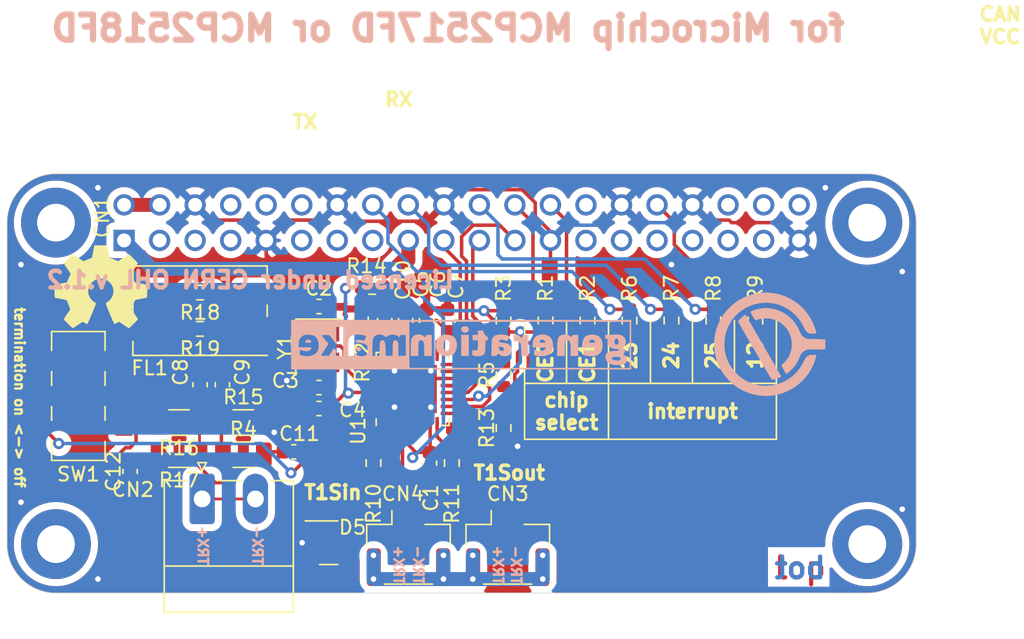
<source format=kicad_pcb>
(kicad_pcb (version 20240108) (generator "pcbnew") (generator_version "8.0")
  (title_block (title "CANFDZeroHAT") (date "2023-09-12") (rev "0.3") (company "generationmake"))
  (layers (0 "F.Cu" signal) (31 "B.Cu" signal) (34 "B.Paste" user) (35 "F.Paste" user) (36 "B.SilkS" user "B.Silkscreen") (37 "F.SilkS" user "F.Silkscreen") (38 "B.Mask" user) (39 "F.Mask" user) (44 "Edge.Cuts" user))
  (net 0 "")
  (net 1 "+3.3V")
  (net 2 "+5V")
  (net 3 "GND")
  (net 4 "/OSC1")
  (net 5 "/OSC2")
  (net 6 "/SPI_MOSI")
  (net 7 "/SPI_MISO")
  (net 8 "/SPI_CLK")
  (net 9 "/SPI_CE0")
  (net 10 "/SPI_CE1")
  (net 11 "/VDDA")
  (net 12 "/INTERRUPT_23")
  (net 13 "/INTERRUPT_24")
  (net 14 "/INTERRUPT_25")
  (net 15 "/INTERRUPT_12")
  (net 16 "/TRXP_I")
  (net 17 "/TRXP")
  (net 18 "/TRXN_I")
  (net 19 "/TRXN")
  (net 20 "/I2C_SDA")
  (net 21 "/I2C_SCL")
  (net 22 "Net-(SW1A-A)")
  (net 23 "/SERIAL_TX")
  (net 24 "/SERIAL_RX")
  (net 25 "Net-(SW1B-A)")
  (net 40 "Net-(C11-Pad1)")
  (net 41 "/MP")
  (net 43 "Net-(C12-Pad1)")
  (net 46 "/TRXP_C")
  (net 47 "/TRXN_C")
  (net 48 "/LAN8651_CS")
  (net 49 "/LAN8651_INT")
  (net 50 "/LAN8651_WAKE_IN")
  (net 51 "/LAN8651_RESET_N")
  (net 52 "/RBIAS")
  (net 63 "/CCOMP")
  (footprint "Capacitor_SMD:C_0603_1608Metric" (layer "F.Cu") (at 137.7 107.2 -90)
    (property "Reference" "C1")
    (property "Value" "100nF")
  )
  (footprint "Capacitor_SMD:C_0603_1608Metric" (layer "F.Cu") (at 129.8 101.8 180)
    (property "Reference" "C3")
    (property "Value" "22pF")
  )
  (footprint "Capacitor_SMD:C_0603_1608Metric" (layer "F.Cu") (at 129.8 103.3 180)
    (property "Reference" "C4")
    (property "Value" "100nF")
  )
  (footprint "Connector_JST:JST_GH_SM02B-GHS-TB_1x02-1MP_P1.25mm_Horizontal" (layer "F.Cu") (at 143.3 113.3)
    (property "Reference" "CN3")
    (property "Value" "SM02B-GHS-TB")
  )
  (footprint "Connector_JST:JST_GH_SM02B-GHS-TB_1x02-1MP_P1.25mm_Horizontal" (layer "F.Cu") (at 136.2 113.3)
    (property "Reference" "CN4")
    (property "Value" "SM02B-GHS-TB")
  )
  (footprint "labels:generationmake_small_solder" (layer "F.Cu") (at 170.7 102 90)
    (property "Reference" "L1" (hide yes))
    (property "Value" "Label" (hide yes))
  )
  (footprint "Resistor_SMD:R_0603_1608Metric" (layer "F.Cu") (at 146 97 -90)
    (property "Reference" "R1")
    (property "Value" "0R")
  )
  (footprint "Resistor_SMD:R_0603_1608Metric" (layer "F.Cu") (at 149 97 90)
    (property "Reference" "R2")
    (property "Value" "DNI")
  )
  (footprint "Resistor_SMD:R_0603_1608Metric" (layer "F.Cu") (at 143 97 -90)
    (property "Reference" "R3")
    (property "Value" "10k")
  )
  (footprint "Resistor_SMD:R_1206_3216Metric" (layer "F.Cu") (at 124.4 106.6)
    (property "Reference" "R4")
    (property "Value" "49R9")
  )
  (footprint "Resistor_SMD:R_0603_1608Metric" (layer "F.Cu") (at 143 100.9 -90)
    (property "Reference" "R5")
    (property "Value" "10k")
  )
  (footprint "generationmake:SW_DPDT_XKB_SS-3235S-L3" (layer "F.Cu") (at 112.6 102.4 90)
    (property "Reference" "SW1")
    (property "Value" "SS-3235S-L3")
  )
  (footprint "Package_DFN_QFN:QFN-32-1EP_5x5mm_P0.5mm_EP3.45x3.45mm" (layer "F.Cu") (at 136.5 101.9 90)
    (property "Reference" "U1")
    (property "Value" "LAN8651")
  )
  (footprint "Crystal:Crystal_SMD_3225-4Pin_3.2x2.5mm" (layer "F.Cu") (at 129.8 98.9 -90)
    (property "Reference" "Y1")
    (property "Value" "X1E0000210808")
  )
  (footprint "MODULE_compute:RASPI_ZERO_HAT_EDGE" (layer "F.Cu") (at 140 90)
    (property "Reference" "CN1")
    (property "Value" "RASPI-IO")
  )
  (footprint "Resistor_SMD:R_0603_1608Metric" (layer "F.Cu") (at 152 97 -90)
    (property "Reference" "R6")
    (property "Value" "DNI")
  )
  (footprint "Resistor_SMD:R_0603_1608Metric" (layer "F.Cu") (at 155 97 -90)
    (property "Reference" "R7")
    (property "Value" "DNI")
  )
  (footprint "Resistor_SMD:R_0603_1608Metric" (layer "F.Cu") (at 158 97 -90)
    (property "Reference" "R8")
    (property "Value" "0R")
  )
  (footprint "Resistor_SMD:R_0603_1608Metric" (layer "F.Cu") (at 161 97 -90)
    (property "Reference" "R9")
    (property "Value" "DNI")
  )
  (footprint "Connector_Phoenix_MC:PhoenixContact_MC_1,5_2-G-3.81_1x02_P3.81mm_Horizontal" (layer "F.Cu") (at 121.45 109.7675)
    (property "Reference" "CN2")
    (property "Value" "XY2500R-F-3.81-2P")
  )
  (footprint "Capacitor_SMD:C_0603_1608Metric" (layer "F.Cu") (at 129.8 96)
    (property "Reference" "C2")
    (property "Value" "22pF")
  )
  (footprint "Resistor_SMD:R_0603_1608Metric" (layer "F.Cu") (at 133.7 107.2 -90)
    (property "Reference" "R10")
    (property "Value" "0R")
  )
  (footprint "Resistor_SMD:R_0603_1608Metric" (layer "F.Cu") (at 139.3 107.2 90)
    (property "Reference" "R11")
    (property "Value" "0R")
  )
  (footprint "Resistor_SMD:R_0603_1608Metric" (layer "F.Cu") (at 132.8 97 90)
    (property "Reference" "R12")
    (property "Value" "12k4")
  )
  (footprint "Symbol:OSHW-Symbol_6.7x6mm_SilkScreen" (layer "F.Cu") (at 114.2 94.6)
    (property "Reference" "L3" (hide yes))
    (property "Value" "Label" (hide yes))
  )
  (footprint "Capacitor_SMD:C_0603_1608Metric" (layer "F.Cu") (at 136 97 90)
    (property "Reference" "C5")
    (property "Value" "4.7 uF")
  )
  (footprint "Capacitor_SMD:C_0603_1608Metric" (layer "F.Cu") (at 116.3 107.8 -90)
    (property "Reference" "C12")
    (property "Value" "220nF")
  )
  (footprint "Resistor_SMD:R_0603_1608Metric" (layer "F.Cu") (at 121.3 97.6 180)
    (property "Reference" "R19")
    (property "Value" "DNI")
  )
  (footprint "Resistor_SMD:R_1206_3216Metric" (layer "F.Cu") (at 119.8 104.3 180)
    (property "Reference" "R16")
    (property "Value" "10k")
  )
  (footprint "Resistor_SMD:R_0603_1608Metric" (layer "F.Cu") (at 133.6 94.6 180)
    (property "Reference" "R14")
    (property "Value" "0R")
  )
  (footprint "Capacitor_SMD:C_0603_1608Metric" (layer "F.Cu") (at 122.9 101.6 -90)
    (property "Reference" "C9")
    (property "Value" "100nF")
  )
  (footprint "Package_TO_SOT_SMD:SOT-23" (layer "F.Cu") (at 130.5 112.9)
    (property "Reference" "D5")
    (property "Value" "DNI")
  )
  (footprint "Capacitor_SMD:C_0603_1608Metric" (layer "F.Cu") (at 137.5 97 90)
    (property "Reference" "C6")
    (property "Value" "100nF")
  )
  (footprint "Resistor_SMD:R_0603_1608Metric" (layer "F.Cu") (at 121.3 95 180)
    (property "Reference" "R18")
    (property "Value" "DNI")
  )
  (footprint "Filter:Filter_Bourns_SRF0905_6.0x9.2mm" (layer "F.Cu") (at 121.3 96.3 180)
    (property "Reference" "FL1")
    (property "Value" "Filter_EMI_CommonMode")
  )
  (footprint "Capacitor_SMD:C_0603_1608Metric" (layer "F.Cu") (at 128 106.4)
    (property "Reference" "C11")
    (property "Value" "220nF")
  )
  (footprint "Capacitor_SMD:C_0603_1608Metric" (layer "F.Cu") (at 139 97 90)
    (property "Reference" "C7")
    (property "Value" "100nF")
  )
  (footprint "Resistor_SMD:R_1206_3216Metric" (layer "F.Cu") (at 119.8 106.6 180)
    (property "Reference" "R17")
    (property "Value" "49R9")
  )
  (footprint "Resistor_SMD:R_1206_3216Metric" (layer "F.Cu") (at 124.4 104.3)
    (property "Reference" "R15")
    (property "Value" "10k")
  )
  (footprint "Capacitor_SMD:C_0603_1608Metric" (layer "F.Cu") (at 121.3 101.6 -90)
    (property "Reference" "C8")
    (property "Value" "100nF")
  )
  (footprint "Capacitor_SMD:C_0603_1608Metric" (layer "F.Cu") (at 134.5 97 90)
    (property "Reference" "C10")
    (property "Value" "100nF")
  )
  (footprint "Resistor_SMD:R_0603_1608Metric" (layer "F.Cu") (at 143 104.7 -90)
    (property "Reference" "R13")
    (property "Value" "10k")
  )
  (footprint "labels:generationmake_logo" (layer "B.Cu") (at 140 104 180)
    (property "Reference" "L2" (hide yes))
    (property "Value" "Label" (hide yes))
  )
  (footprint "generationmake:opencyphal_small" (layer "B.Cu") (at 162 98.7 180)
    (property "Reference" "L4" (hide yes))
    (property "Value" "Label" (hide yes))
  )
  (gr_line (start 147.5 97) (end 147.5 101.5) (stroke (width 0.12)) (layer "F.SilkS"))
  (gr_line (start 144.5 97) (end 144.5 105.5) (stroke (width 0.12)) (layer "F.SilkS"))
  (gr_line (start 153.5 97) (end 153.5 101.5) (stroke (width 0.12)) (layer "F.SilkS"))
  (gr_line (start 162.5 101.5) (end 144.5 101.5) (stroke (width 0.12)) (layer "F.SilkS"))
  (gr_line (start 162.5 105.5) (end 162.5 97) (stroke (width 0.12)) (layer "F.SilkS"))
  (gr_line (start 159.5 97) (end 159.5 101.5) (stroke (width 0.12)) (layer "F.SilkS"))
  (gr_line (start 144.5 105.5) (end 162.5 105.5) (stroke (width 0.12)) (layer "F.SilkS"))
  (gr_line (start 150.5 97) (end 150.5 105.5) (stroke (width 0.12)) (layer "F.SilkS"))
  (gr_line (start 156.5 97) (end 156.5 101.5) (stroke (width 0.12)) (layer "F.SilkS"))
  (gr_arc (start 172.5 113) (mid 171.474874 115.474874) (end 169 116.5) (stroke (width 0.05)) (layer "Edge.Cuts"))
  (gr_line (start 172.5 113) (end 172.5 90) (stroke (width 0.05)) (layer "Edge.Cuts"))
  (gr_line (start 169 86.5) (end 111 86.5) (stroke (width 0.05)) (layer "Edge.Cuts"))
  (gr_line (start 107.5 90) (end 107.5 113) (stroke (width 0.05)) (layer "Edge.Cuts"))
  (gr_line (start 111 116.5) (end 169 116.5) (stroke (width 0.05)) (layer "Edge.Cuts"))
  (gr_arc (start 111 116.5) (mid 108.525126 115.474874) (end 107.5 113) (stroke (width 0.05)) (layer "Edge.Cuts"))
  (gr_arc (start 107.5 90) (mid 108.525126 87.525126) (end 111 86.5) (stroke (width 0.05)) (layer "Edge.Cuts"))
  (gr_arc (start 169 86.5) (mid 171.474874 87.525126) (end 172.5 90) (stroke (width 0.05)) (layer "Edge.Cuts"))
  (gr_text "T1SZeroHAT 0.1" (at 171.1 101.9 90) (layer "F.Cu") (effects (font (size 1 1) (thickness 0.25))))
  (gr_text "top" (at 164.2 114.7 0) (layer "F.Cu") (effects (font (size 1.5 1.5) (thickness 0.3))))
  (gr_text "bot" (at 164.2 114.7 0) (layer "B.Cu") (effects (font (size 1.5 1.5) (thickness 0.3)) (justify mirror)))
  (gr_text "TRX+" (at 135.5 116 270) (layer "B.SilkS") (effects (font (size 0.7 0.7) (thickness 0.175)) (justify left mirror)))
  (gr_text "TRX-" (at 136.9 116 270) (layer "B.SilkS") (effects (font (size 0.7 0.7) (thickness 0.175)) (justify left mirror)))
  (gr_text "TRX-" (at 143.9 116 270) (layer "B.SilkS") (effects (font (size 0.7 0.7) (thickness 0.175)) (justify left mirror)))
  (gr_text "TRX+" (at 142.6 116 270) (layer "B.SilkS") (effects (font (size 0.7 0.7) (thickness 0.175)) (justify left mirror)))
  (gr_text "TRX+" (at 121.5 114.6 270) (layer "B.SilkS") (effects (font (size 0.7 0.7) (thickness 0.175)) (justify left mirror)))
  (gr_text "TRX-" (at 125.4 114.6 270) (layer "B.SilkS") (effects (font (size 0.7 0.7) (thickness 0.175)) (justify left mirror)))
  (gr_text "for Microchip MCP2517FD or MCP2518FD" (at 167.6 76.1 0) (layer "B.SilkS") (effects (font (size 1.8 1.8) (thickness 0.45)) (justify left mirror)))
  (gr_text "Licensed under CERN OHL v.1.2" (at 139.6 94.1 0) (layer "B.SilkS") (effects (font (size 1.2 1.2) (thickness 0.3)) (justify left mirror)))
  (gr_text "23" (at 152 99.5 90) (layer "F.SilkS") (effects (font (size 1 1) (thickness 0.25))))
  (gr_text "CE0" (at 146 100 90) (layer "F.SilkS") (effects (font (size 1 1) (thickness 0.25))))
  (gr_text "chip\nselect" (at 147.5 103.5 0) (layer "F.SilkS") (effects (font (size 1 1) (thickness 0.25))))
  (gr_text "termination on <-> off" (at 108.4 102.5 270) (layer "F.SilkS") (effects (font (size 0.7 0.7) (thickness 0.175))))
  (gr_text "CAN\nVCC" (at 178.5 75.9 0) (layer "F.SilkS") (effects (font (size 1 1) (thickness 0.25))))
  (gr_text "12" (at 161 99.5 90) (layer "F.SilkS") (effects (font (size 1 1) (thickness 0.25))))
  (gr_text "interrupt" (at 156.5 103.5 0) (layer "F.SilkS") (effects (font (size 1 1) (thickness 0.25))))
  (gr_text "TX" (at 128.8 82.8 0) (layer "F.SilkS") (effects (font (size 1 1) (thickness 0.25))))
  (gr_text "24" (at 155 99.5 90) (layer "F.SilkS") (effects (font (size 1 1) (thickness 0.25))))
  (gr_text "CE1" (at 149 100 90) (layer "F.SilkS") (effects (font (size 1 1) (thickness 0.25))))
  (gr_text "RX" (at 135.5 81.2 0) (layer "F.SilkS") (effects (font (size 1 1) (thickness 0.25))))
  (gr_text "T1Sin" (at 130.8 109.3 0) (layer "F.SilkS") (effects (font (size 1 1) (thickness 0.25))))
  (gr_text "T1Sout" (at 143.4 107.9 0) (layer "F.SilkS") (effects (font (size 1 1) (thickness 0.25))))
  (gr_text "25" (at 158 99.5 90) (layer "F.SilkS") (effects (font (size 1 1) (thickness 0.25))))
  (segment (start 133.7 96.7) (end 133.7 96.975) (width 0.25) (layer "F.Cu") (net 1))
  (segment (start 141.6 96.3) (end 142.95 96.3) (width 0.25) (layer "F.Cu") (net 1))
  (segment (start 134 97) (end 133.7 96.7) (width 0.25) (layer "F.Cu") (net 1))
  (segment (start 133.7 95.325) (end 133.7 96.7) (width 0.25) (layer "F.Cu") (net 1))
  (segment (start 137.75 104.3375) (end 137.75 106.375) (width 0.25) (layer "F.Cu") (net 1))
  (segment (start 142.95 96.3) (end 143 96.25) (width 0.25) (layer "F.Cu") (net 1))
  (segment (start 134.425 94.6) (end 133.7 95.325) (width 0.25) (layer "F.Cu") (net 1))
  (segment (start 136.25 105.95) (end 136.725 106.425) (width 0.25) (layer "F.Cu") (net 1))
  (segment (start 136.875 106.425) (end 136.5 106.8) (width 0.25) (layer "F.Cu") (net 1))
  (segment (start 136.725 106.425) (end 137.7 106.425) (width 0.25) (layer "F.Cu") (net 1))
  (segment (start 137.75 106.375) (end 137.7 106.425) (width 0.25) (layer "F.Cu") (net 1))
  (segment (start 134.15 100.15) (end 134.3 100) (width 0.25) (layer "F.Cu") (net 1))
  (segment (start 133.7 96.975) (end 134.5 97.775) (width 0.25) (layer "F.Cu") (net 1))
  (segment (start 136.19 91.27) (end 136.19 92.69) (width 1) (layer "F.Cu") (net 1))
  (segment (start 143 99.1) (end 142.2 98.3) (width 0.25) (layer "F.Cu") (net 1))
  (segment (start 137.7 106.425) (end 136.875 106.425) (width 0.25) (layer "F.Cu") (net 1))
  (segment (start 139 97.775) (end 138.225 97) (width 0.25) (layer "F.Cu") (net 1))
  (segment (start 134.425 94.6) (end 134.425 94.075) (width 0.25) (layer "F.Cu") (net 1))
  (segment (start 142.2 96.9) (end 141.6 96.3) (width 0.25) (layer "F.Cu") (net 1))
  (segment (start 136.19 92.69) (end 135.81 92.69) (width 1) (layer "F.Cu") (net 1))
  (segment (start 142.2 98.3) (end 142.2 96.9) (width 0.25) (layer "F.Cu") (net 1))
  (segment (start 134.3 97.975) (end 134.5 97.775) (width 0.25) (layer "F.Cu") (net 1))
  (segment (start 136.25 104.3375) (end 136.25 105.95) (width 0.25) (layer "F.Cu") (net 1))
  (segment (start 135.81 92.69) (end 135.2 93.3) (width 1) (layer "F.Cu") (net 1))
  (segment (start 138.25 98.525) (end 139 97.775) (width 0.25) (layer "F.Cu") (net 1))
  (segment (start 143 100.15) (end 143 99.1) (width 0.25) (layer "F.Cu") (net 1))
  (segment (start 139.3 108.025) (end 137.7 106.425) (width 0.25) (layer "F.Cu") (net 1))
  (segment (start 134.3 100) (end 134.3 97.975) (width 0.25) (layer "F.Cu") (net 1))
  (segment (start 134.425 94.075) (end 135.2 93.3) (width 0.25) (layer "F.Cu") (net 1))
  (segment (start 138.25 99.4625) (end 138.25 98.525) (width 0.25) (layer "F.Cu") (net 1))
  (segment (start 134.0625 100.15) (end 134.15 100.15) (width 0.25) (layer "F.Cu") (net 1))
  (segment (start 138.225 97) (end 134 97) (width 0.25) (layer "F.Cu") (net 1))
  (via (at 141.6 96.3) (size 0.8) (drill 0.4) (layers "F.Cu" "B.Cu") (net 1))
  (via (at 135.2 93.3) (size 0.8) (drill 0.4) (layers "F.Cu" "B.Cu") (net 1))
  (via (at 136.5 106.8) (size 0.8) (drill 0.4) (layers "F.Cu" "B.Cu") (net 1))
  (segment (start 141.6 96.3) (end 139.2 96.3) (width 0.25) (layer "B.Cu") (net 1))
  (segment (start 117.9 93.3) (end 117.45 92.85) (width 1) (layer "B.Cu") (net 1))
  (segment (start 138.7 96.8) (end 138 96.1) (width 0.25) (layer "B.Cu") (net 1))
  (segment (start 138.7 104.6) (end 136.5 106.8) (width 0.25) (layer "B.Cu") (net 1))
  (segment (start 138.2 96.3) (end 138 96.1) (width 0.25) (layer "B.Cu") (net 1))
  (segment (start 138 96.1) (end 135.2 93.3) (width 0.25) (layer "B.Cu") (net 1))
  (segment (start 117.45 92.85) (end 115.87 91.27) (width 1) (layer "B.Cu") (net 1))
  (segment (start 129.6 93.3) (end 117.9 93.3) (width 1) (layer "B.Cu") (net 1))
  (segment (start 138.7 102.3) (end 138.7 96.8) (width 0.25) (layer "B.Cu") (net 1))
  (segment (start 138.7 102.3) (end 138.7 104.6) (width 0.25) (layer "B.Cu") (net 1))
  (segment (start 139.2 96.3) (end 138.2 96.3) (width 0.25) (layer "B.Cu") (net 1))
  (segment (start 129.6 93.3) (end 135.2 93.3) (width 1) (layer "B.Cu") (net 1))
  (segment (start 118.41 88.73) (end 115.87 88.73) (width 1) (layer "F.Cu") (net 2))
  (segment (start 139.817001 87.642999) (end 144.331761 87.642999) (width 0.25) (layer "F.Cu") (net 3))
  (segment (start 129.8 95) (end 128.8 95) (width 0.25) (layer "F.Cu") (net 3))
  (segment (start 135.25 104.95) (end 135.775 105.475) (width 0.25) (layer "F.Cu") (net 3))
  (segment (start 137.7 107.975) (end 135.775 107.975) (width 0.25) (layer "F.Cu") (net 3))
  (segment (start 137.56 89.9) (end 132.28 89.9) (width 0.25) (layer "F.Cu") (net 3))
  (segment (start 128 94.9) (end 127.8 95.1) (width 0.25) (layer "F.Cu") (net 3))
  (segment (start 118.3375 104.3) (end 118.3375 103.2375) (width 0.25) (layer "F.Cu") (net 3))
  (segment (start 135.775 104.3625) (end 135.775 105.475) (width 0.25) (layer "F.Cu") (net 3))
  (segment (start 139 96.225) (end 139 95.2) (width 0.25) (layer "F.Cu") (net 3))
  (segment (start 125.825 104.225) (end 126.6 105) (width 0.25) (layer "F.Cu") (net 3))
  (segment (start 126.163262 92.53) (end 126.366631 92.733369) (width 0.25) (layer "F.Cu") (net 3))
  (segment (start 128.7 95.1) (end 128.2 95.1) (width 0.25) (layer "F.Cu") (net 3))
  (segment (start 135.75 104.3375) (end 135.75 102.65) (width 0.25) (layer "F.Cu") (net 3))
  (segment (start 117.5 102.4) (end 115.85 102.4) (width 0.25) (layer "F.Cu") (net 3))
  (segment (start 126.03 92.17) (end 126.03 92.27) (width 0.25) (layer "F.Cu") (net 3))
  (segment (start 135.25 104.3375) (end 135.25 104.95) (width 0.25) (layer "F.Cu") (net 3))
  (segment (start 118.3375 103.2375) (end 117.5 102.4) (width 0.25) (layer "F.Cu") (net 3))
  (segment (start 136.75 102.15) (end 136.5 101.9) (width 0.25) (layer "F.Cu") (net 3))
  (segment (start 143 105.525) (end 143.525 105.525) (width 0.25) (layer "F.Cu") (net 3))
  (segment (start 138.73 88.73) (end 139.817001 87.642999) (width 0.25) (layer "F.Cu") (net 3))
  (segment (start 138.73 88.73) (end 137.56 89.9) (width 0.25) (layer "F.Cu") (net 3))
  (segment (start 129.025 101.8) (end 129.025 100.075) (width 0.25) (layer "F.Cu") (net 3))
  (segment (start 126.366631 92.733369) (end 126.366631 92.606631) (width 0.25) (layer "F.Cu") (net 3))
  (segment (start 137.25 101.15) (end 136.5 101.9) (width 0.25) (layer "F.Cu") (net 3))
  (segment (start 130.575 96) (end 130.575 95.775) (width 0.25) (layer "F.Cu") (net 3))
  (segment (start 129.025 100.075) (end 128.95 100) (width 0.25) (layer "F.Cu") (net 3))
  (segment (start 145.262999 88.574237) (end 145.262999 89.546589) (width 0.25) (layer "F.Cu") (net 3))
  (segment (start 162.86 90) (end 159.3 90) (width 0.25) (layer "F.Cu") (net 3))
  (segment (start 126.03 92.53) (end 126.163262 92.53) (width 0.25) (layer "F.Cu") (net 3))
  (segment (start 122.037001 89.817001) (end 124.577001 89.817001) (width 0.25) (layer "F.Cu") (net 3))
  (segment (start 128.8 95) (end 128.7 95.1) (width 0.25) (layer "F.Cu") (net 3))
  (segment (start 136.75 104.3375) (end 136.75 102.15) (width 0.25) (layer "F.Cu") (net 3))
  (segment (start 131.4375 112.9) (end 128.6 112.9) (width 0.25) (layer "F.Cu") (net 3))
  (segment (start 146.35 91.27) (end 146.35 93.85) (width 0.25) (layer "F.Cu") (net 3))
  (segment (start 120.95 88.73) (end 122.037001 89.817001) (width 0.25) (layer "F.Cu") (net 3))
  (segment (start 132.28 89.9) (end 131.11 88.73) (width 0.25) (layer "F.Cu") (net 3))
  (segment (start 130.65 97.8) (end 130.65 96.075) (width 0.25) (layer "F.Cu") (net 3))
  (segment (start 132.8 96.175) (end 130.75 96.175) (width 0.25) (layer "F.Cu") (net 3))
  (segment (start 135.75 102.65) (end 136.5 101.9) (width 0.25) (layer "F.Cu") (net 3))
  (segment (start 135.75 104.3375) (end 135.775 104.3625) (width 0.25) (layer "F.Cu") (net 3))
  (segment (start 126.366631 92.606631) (end 126.03 92.27) (width 0.25) (layer "F.Cu") (net 3))
  (segment (start 145.262999 89.546589) (end 146.35 90.63359) (width 0.25) (layer "F.Cu") (net 3))
  (segment (start 127.8 98.85) (end 128.95 100) (width 0.25) (layer "F.Cu") (net 3))
  (segment (start 130.575 95.775) (end 129.8 95) (width 0.25) (layer "F.Cu") (net 3))
  (segment (start 144.331761 87.642999) (end 145.262999 88.574237) (width 0.25) (layer "F.Cu") (net 3))
  (segment (start 157.597001 89.817001) (end 156.51 88.73) (width 0.25) (layer "F.Cu") (net 3))
  (segment (start 127.8 95.1) (end 127.8 98.85) (width 0.25) (layer "F.Cu") (net 3))
  (segment (start 137.5 96.225) (end 139 96.225) (width 0.25) (layer "F.Cu") (net 3))
  (segment (start 159.117001 89.817001) (end 157.597001 89.817001) (width 0.25) (layer "F.Cu") (net 3))
  (segment (start 109.35 102.4) (end 115.85 102.4) (width 0.25) (layer "F.Cu") (net 3))
  (segment (start 124.577001 89.817001) (end 126.03 91.27) (width 0.25) (layer "F.Cu") (net 3))
  (segment (start 146.35 90.63359) (end 146.35 91.27) (width 0.25) (layer "F.Cu") (net 3))
  (segment (start 128.2 95.1) (end 128 94.9) (width 0.25) (layer "F.Cu") (net 3))
  (segment (start 127.482999 89.817001) (end 130.022999 89.817001) (width 0.25) (layer "F.Cu") (net 3))
  (segment (start 138.9375 101.15) (end 137.25 101.15) (width 0.25) (layer "F.Cu") (net 3))
  (segment (start 126.03 91.27) (end 127.482999 89.817001) (width 0.25) (layer "F.Cu") (net 3))
  (segment (start 130.65 96.075) (end 130.575 96) (width 0.25) (layer "F.Cu") (net 3))
  (segment (start 130.75 96.175) (end 130.575 96) (width 0.25) (layer "F.Cu") (net 3))
  (segment (start 126.03 92.17) (end 126.03 92.53) (width 0.25) (layer "F.Cu") (net 3))
  (segment (start 130.022999 89.817001) (end 131.11 88.73) (width 0.25) (layer "F.Cu") (net 3))
  (segment (start 129.025 101.8) (end 128 101.8) (width 0.25) (layer "F.Cu") (net 3))
  (segment (start 128 101.8) (end 127.5 101.3) (width 0.25) (layer "F.Cu") (net 3))
  (segment (start 133.75 107.975) (end 133.7 108.025) (width 0.25) (layer "F.Cu") (net 3))
  (segment (start 135.775 107.975) (end 133.75 107.975) (width 0.25) (layer "F.Cu") (net 3))
  (segment (start 135.775 105.475) (end 135.775 107.975) (width 0.25) (layer "F.Cu") (net 3))
  (segment (start 143.525 105.525) (end 144 106) (width 0.25) (layer "F.Cu") (net 3))
  (segment (start 159.3 90) (end 159.117001 89.817001) (width 0.25) (layer "F.Cu") (net 3))
  (segment (start 164.13 91.27) (end 162.86 90) (width 0.25) (layer "F.Cu") (net 3))
  (segment (start 125.825 103.9) (end 125.825 104.225) (width 0.25) (layer "F.Cu") (net 3))
  (segment (start 126.03 91.27) (end 126.03 92.17) (width 0.25) (layer "F.Cu") (net 3))
  (segment (start 139 95.2) (end 138.7 94.9) (width 0.25) (layer "F.Cu") (net 3))
  (segment (start 129.025 103.3) (end 129.025 101.8) (width 0.25) (layer "F.Cu") (net 3))
  (via (at 166 87.5) (size 0.8) (drill 0.4) (layers "F.Cu" "B.Cu") (net 3))
  (via (at 108.5 110) (size 0.8) (drill 0.4) (layers "F.Cu" "B.Cu") (net 3))
  (via (at 171.5 110.5) (size 0.8) (drill 0.4) (layers "F.Cu" "B.Cu") (net 3))
  (via (at 137.8 103.2) (size 0.8) (drill 0.4) (layers "F.Cu" "B.Cu") (net 3))
  (via (at 137.8 100.6) (size 0.8) (drill 0.4) (layers "F.Cu" "B.Cu") (net 3))
  (via (at 155 93) (size 0.8) (drill 0.4) (layers "F.Cu" "B.Cu") (net 3))
  (via (at 135.2 103.2) (size 0.8) (drill 0.4) (layers "F.Cu" "B.Cu") (net 3))
  (via (at 144 106) (size 0.8) (drill 0.4) (layers "F.Cu" "B.Cu") (net 3))
  (via (at 128.6 112.9) (size 0.8) (drill 0.4) (layers "F.Cu" "B.Cu") (net 3))
  (via (at 127.5 101.3) (size 0.8) (drill 0.4) (layers "F.Cu" "B.Cu") (net 3))
  (via (at 135.2 100.6) (size 0.8) (drill 0.4) (layers "F.Cu" "B.Cu") (net 3))
  (via (at 114 115.5) (size 0.8) (drill 0.4) (layers "F.Cu" "B.Cu") (net 3))
  (via (at 114 87.5) (size 0.8) (drill 0.4) (layers "F.Cu" "B.Cu") (net 3))
  (via (at 126.6 105) (size 0.8) (drill 0.4) (layers "F.Cu" "B.Cu") (net 3))
  (via (at 171.5 93.5) (size 0.8) (drill 0.4) (layers "F.Cu" "B.Cu") (net 3))
  (via (at 108.5 93) (size 0.8) (drill 0.4) (layers "F.Cu" "B.Cu") (net 3))
  (via (at 138.7 94.9) (size 0.8) (drill 0.4) (layers "F.Cu" "B.Cu") (net 3))
  (segment (start 155.24 90) (end 156.51 88.73) (width 0.25) (layer "B.Cu") (net 3))
  (segment (start 151.43 88.73) (end 152.7 90) (width 0.25) (layer "B.Cu") (net 3))
  (segment (start 126.961238 91.27) (end 126.03 91.27) (width 0.25) (layer "B.Cu") (net 3))
  (segment (start 152.7 90) (end 155.24 90) (width 0.25) (layer "B.Cu") (net 3))
  (segment (start 149.977001 90.182999) (end 151.43 88.73) (width 0.25) (layer "B.Cu") (net 3))
  (segment (start 147.437001 90.182999) (end 149.977001 90.182999) (width 0.25) (layer "B.Cu") (net 3))
  (segment (start 146.35 91.27) (end 147.437001 90.182999) (width 0.25) (layer "B.Cu") (net 3))
  (segment (start 129.725 98.825) (end 128.95 98.05) (width 0.25) (layer "F.Cu") (net 4))
  (segment (start 131.325 98.825) (end 129.725 98.825) (width 0.25) (layer "F.Cu") (net 4))
  (segment (start 128.95 98.05) (end 128.95 97.8) (width 0.25) (layer "F.Cu") (net 4))
  (segment (start 131.6 99.1) (end 131.325 98.825) (width 0.25) (layer "F.Cu") (net 4))
  (segment (start 133.086396 101.15) (end 131.6 99.663604) (width 0.25) (layer "F.Cu") (net 4))
  (segment (start 129.025 96) (end 129.025 97.725) (width 0.25) (layer "F.Cu") (net 4))
  (segment (start 131.6 99.663604) (end 131.6 99.1) (width 0.25) (layer "F.Cu") (net 4))
  (segment (start 129.025 97.725) (end 128.95 97.8) (width 0.25) (layer "F.Cu") (net 4))
  (segment (start 134.0625 101.15) (end 133.086396 101.15) (width 0.25) (layer "F.Cu") (net 4))
  (segment (start 130.65 101.725) (end 130.575 101.8) (width 0.25) (layer "F.Cu") (net 5))
  (segment (start 134.0625 101.65) (end 132.95 101.65) (width 0.25) (layer "F.Cu") (net 5))
  (segment (start 131.3 100) (end 130.65 100) (width 0.25) (layer "F.Cu") (net 5))
  (segment (start 130.65 100) (end 130.65 101.725) (width 0.25) (layer "F.Cu") (net 5))
  (segment (start 132.95 101.65) (end 131.3 100) (width 0.25) (layer "F.Cu") (net 5))
  (segment (start 139.9 97.072792) (end 139.9 92.936396) (width 0.25) (layer "F.Cu") (net 6))
  (segment (start 138.9375 101.65) (end 138.969302 101.681802) (width 0.25) (layer "F.Cu") (net 6))
  (segment (start 139.9 92.936396) (end 138.73 91.766396) (width 0.25) (layer "F.Cu") (net 6))
  (segment (start 138.969302 101.681802) (end 140.281802 101.681802) (width 0.25) (layer "F.Cu") (net 6))
  (segment (start 140.55 101.413604) (end 140.55 97.722792) (width 0.25) (layer "F.Cu") (net 6))
  (segment (start 138.73 91.766396) (end 138.73 91.27) (width 0.25) (layer "F.Cu") (net 6))
  (segment (start 140.281802 101.681802) (end 140.55 101.413604) (width 0.25) (layer "F.Cu") (net 6))
  (segment (start 140.55 97.722792) (end 139.9 97.072792) (width 0.25) (layer "F.Cu") (net 6))
  (segment (start 142 103.7) (end 142.175 103.875) (width 0.25) (layer "F.Cu") (net 7))
  (segment (start 142 101.8) (end 141.45 101.25) (width 0.25) (layer "F.Cu") (net 7))
  (segment (start 138.9375 103.15) (end 141.45 103.15) (width 0.25) (layer "F.Cu") (net 7))
  (segment (start 142 102.649903) (end 142 101.8) (width 0.25) (layer "F.Cu") (net 7))
  (segment (start 140.8 96.7) (end 140.8 91.74) (width 0.25) (layer "F.Cu") (net 7))
  (segment (start 142.175 103.875) (end 143 103.875) (width 0.25) (layer "F.Cu") (net 7))
  (segment (start 141.45 103.15) (end 141.499903 103.15) (width 0.25) (layer "F.Cu") (net 7))
  (segment (start 141.45 97.35) (end 140.8 96.7) (width 0.25) (layer "F.Cu") (net 7))
  (segment (start 140.8 91.74) (end 141.27 91.27) (width 0.25) (layer "F.Cu") (net 7))
  (segment (start 141.499903 103.15) (end 142 102.649903) (width 0.25) (layer "F.Cu") (net 7))
  (segment (start 141.45 103.15) (end 142 103.7) (width 0.25) (layer "F.Cu") (net 7))
  (segment (start 141.45 101.25) (end 141.45 97.35) (width 0.25) (layer "F.Cu") (net 7))
  (segment (start 138.9375 102.15) (end 140.45 102.15) (width 0.25) (layer "F.Cu") (net 8))
  (segment (start 140.817001 90.182999) (end 142.722999 90.182999) (width 0.25) (layer "F.Cu") (net 8))
  (segment (start 141 101.6) (end 141 97.536396) (width 0.25) (layer "F.Cu") (net 8))
  (segment (start 141 97.536396) (end 140.35 96.886396) (width 0.25) (layer "F.Cu") (net 8))
  (segment (start 140.35 92.75) (end 140 92.4) (width 0.25) (layer "F.Cu") (net 8))
  (segment (start 140.35 96.886396) (end 140.35 92.75) (width 0.25) (layer "F.Cu") (net 8))
  (segment (start 142.722999 90.182999) (end 143.81 91.27) (width 0.25) (layer "F.Cu") (net 8))
  (segment (start 140.45 102.15) (end 141 101.6) (width 0.25) (layer "F.Cu") (net 8))
  (segment (start 140 92.4) (end 140 91) (width 0.25) (layer "F.Cu") (net 8))
  (segment (start 140 91) (end 140.817001 90.182999) (width 0.25) (layer "F.Cu") (net 8))
  (segment (start 145.1 90.02) (end 145.1 95.35) (width 0.25) (layer "F.Cu") (net 9))
  (segment (start 145.1 95.35) (end 146 96.25) (width 0.25) (layer "F.Cu") (net 9))
  (segment (start 143.81 88.73) (end 145.1 90.02) (width 0.25) (layer "F.Cu") (net 9))
  (segment (start 146.35 88.73) (end 147.5 89.88) (width 0.25) (layer "F.Cu") (net 10))
  (segment (start 147.5 94.75) (end 149 96.25) (width 0.25) (layer "F.Cu") (net 10))
  (segment (start 147.5 89.88) (end 147.5 94.75) (width 0.25) (layer "F.Cu") (net 10))
  (segment (start 131.725 102.15) (end 130.575 103.3) (width 0.25) (layer "F.Cu") (net 11))
  (segment (start 131.8 94.6) (end 131.7 94.7) (width 0.25) (layer "F.Cu") (net 11))
  (segment (start 134.0625 102.15) (end 131.725 102.15) (width 0.25) (layer "F.Cu") (net 11))
  (segment (start 132.775 94.6) (end 131.8 94.6) (width 0.25) (layer "F.Cu") (net 11))
  (via (at 131.9 102.2) (size 0.8) (drill 0.4) (layers "F.Cu" "B.Cu") (net 11))
  (via (at 131.7 94.7) (size 0.8) (drill 0.4) (layers "F.Cu" "B.Cu") (net 11))
  (segment (start 132 102.3) (end 131.9 102.2) (width 0.25) (layer "B.Cu") (net 11))
  (segment (start 131.7 102) (end 131.9 102.2) (width 0.25) (layer "B.Cu") (net 11))
  (segment (start 131.7 94.7) (end 131.7 102) (width 0.25) (layer "B.Cu") (net 11))
  (segment (start 151.95 96.2) (end 152 96.25) (width 0.25) (layer "F.Cu") (net 12))
  (segment (start 150.6 96.2) (end 151.95 96.2) (width 0.25) (layer "F.Cu") (net 12))
  (via (at 150.6 96.2) (size 0.8) (drill 0.4) (layers "F.Cu" "B.Cu") (net 12))
  (segment (start 134.737001 91.437001) (end 134.737001 89.817001) (width 0.25) (layer "B.Cu") (net 12))
  (segment (start 150.6 96.2) (end 147.9 93.5) (width 0.25) (layer "B.Cu") (net 12))
  (segment (start 134.737001 89.817001) (end 133.65 88.73) (width 0.25) (layer "B.Cu") (net 12))
  (segment (start 147.9 93.5) (end 136.8 93.5) (width 0.25) (layer "B.Cu") (net 12))
  (segment (start 136.8 93.5) (end 134.737001 91.437001) (width 0.25) (layer "B.Cu") (net 12))
  (segment (start 153.5 96.2) (end 154.95 96.2) (width 0.25) (layer "F.Cu") (net 13))
  (segment (start 154.95 96.2) (end 155 96.25) (width 0.25) (layer "F.Cu") (net 13))
  (via (at 153.5 96.2) (size 0.8) (drill 0.4) (layers "F.Cu" "B.Cu") (net 13))
  (segment (start 137.642999 92.142999) (end 138.54999 93.04999) (width 0.25) (layer "B.Cu") (net 13))
  (segment (start 137.642999 90.182999) (end 137.642999 92.142999) (width 0.25) (layer "B.Cu") (net 13))
  (segment (start 150.34999 93.04999) (end 153.5 96.2) (width 0.25) (layer "B.Cu") (net 13))
  (segment (start 140.6 93.04999) (end 150.34999 93.04999) (width 0.25) (layer "B.Cu") (net 13))
  (segment (start 136.19 88.73) (end 137.642999 90.182999) (width 0.25) (layer "B.Cu") (net 13))
  (segment (start 138.54999 93.04999) (end 140.6 93.04999) (width 0.25) (layer "B.Cu") (net 13))
  (segment (start 157.95 96.2) (end 158 96.25) (width 0.25) (layer "F.Cu") (net 14))
  (segment (start 156.7 96.2) (end 157.95 96.2) (width 0.25) (layer "F.Cu") (net 14))
  (via (at 156.7 96.2) (size 0.8) (drill 0.4) (layers "F.Cu" "B.Cu") (net 14))
  (segment (start 141.27 88.73) (end 142.6 90.06) (width 0.25) (layer "B.Cu") (net 14))
  (segment (start 153.09998 92.59998) (end 156.7 96.2) (width 0.25) (layer "B.Cu") (net 14))
  (segment (start 142.89998 92.59998) (end 147.2 92.59998) (width 0.25) (layer "B.Cu") (net 14))
  (segment (start 147.2 92.59998) (end 153.09998 92.59998) (width 0.25) (layer "B.Cu") (net 14))
  (segment (start 142.6 92.3) (end 142.89998 92.59998) (width 0.25) (layer "B.Cu") (net 14))
  (segment (start 142.6 90.06) (end 142.6 92.3) (width 0.25) (layer "B.Cu") (net 14))
  (segment (start 155.2 91.568762) (end 159.881238 96.25) (width 0.25) (layer "F.Cu") (net 15))
  (segment (start 155.2 89.96) (end 155.2 91.568762) (width 0.25) (layer "F.Cu") (net 15))
  (segment (start 153.97 88.73) (end 155.2 89.96) (width 0.25) (layer "F.Cu") (net 15))
  (segment (start 159.881238 96.25) (end 161 96.25) (width 0.25) (layer "F.Cu") (net 15))
  (segment (start 121.3 99.95) (end 120.9 99.55) (width 0.25) (layer "F.Cu") (net 16))
  (segment (start 115.1 95.8) (end 115.87 95.03) (width 0.25) (layer "F.Cu") (net 16))
  (segment (start 116.925 99.55) (end 115.1 97.725) (width 0.25) (layer "F.Cu") (net 16))
  (segment (start 121.3 100.825) (end 121.3 99.95) (width 0.25) (layer "F.Cu") (net 16))
  (segment (start 115.1 97.725) (end 115.1 95.8) (width 0.25) (layer "F.Cu") (net 16))
  (segment (start 120.9 99.55) (end 116.925 99.55) (width 0.25) (layer "F.Cu") (net 16))
  (segment (start 115.87 95.03) (end 117.55 95.03) (width 0.25) (layer "F.Cu") (net 16))
  (segment (start 120.445 95.03) (end 117.55 95.03) (width 0.25) (layer "F.Cu") (net 16))
  (segment (start 120.475 95) (end 120.445 95.03) (width 0.25) (layer "F.Cu") (net 16))
  (segment (start 122.3875 108.6) (end 121.2625 107.475) (width 0.25) (layer "F.Cu") (net 17))
  (segment (start 123.2 111.665685) (end 124.534315 113) (width 0.2) (layer "F.Cu") (net 17))
  (segment (start 135.4 110) (end 135.6 110.2) (width 0.2) (layer "F.Cu") (net 17))
  (segment (start 121.2625 102.4125) (end 121.3 102.375) (width 0.2) (layer "F.Cu") (net 17))
  (segment (start 121.2625 107.475) (end 121.2625 106.6) (width 0.25) (layer "F.Cu") (net 17))
  (segment (start 123.0675 109.7675) (end 123.2 109.9) (width 0.2) (layer "F.Cu") (net 17))
  (segment (start 134.4 111.565685) (end 134.4 110.665686) (width 0.2) (layer "F.Cu") (net 17))
  (segment (start 132.85429 113.111396) (end 134.4 111.565685) (width 0.2) (layer "F.Cu") (net 17))
  (segment (start 121.2625 104.3) (end 121.2625 102.4125) (width 0.2) (layer "F.Cu") (net 17))
  (segment (start 142.675 110.375) (end 142.675 111.45) (width 0.2) (layer "F.Cu") (net 17))
  (segment (start 127.7 113) (end 128.55 113.85) (width 0.2) (layer "F.Cu") (net 17))
  (segment (start 124.534315 113) (end 127.7 113) (width 0.2) (layer "F.Cu") (net 17))
  (segment (start 128.55 113.85) (end 129.5625 113.85) (width 0.2) (layer "F.Cu") (net 17))
  (segment (start 132.6 113.111396) (end 132.85429 113.111396) (width 0.2) (layer "F.Cu") (net 17))
  (segment (start 142.3 110) (end 142.675 110.375) (width 0.2) (layer "F.Cu") (net 17))
  (segment (start 123.2 109.9) (end 123.2 111.665685) (width 0.2) (layer "F.Cu") (net 17))
  (segment (start 137.665686 113.1) (end 140.765686 110) (width 0.2) (layer "F.Cu") (net 17))
  (segment (start 135.575 111.45) (end 135.575 112.375) (width 0.2) (layer "F.Cu") (net 17))
  (segment (start 135.6 111.425) (end 135.575 111.45) (width 0.2) (layer "F.Cu") (net 17))
  (segment (start 142.675 111.45) (end 142.7 111.475) (width 0.2) (layer "F.Cu") (net 17))
  (segment (start 134.4 110.665686) (end 135.065686 110) (width 0.2) (layer "F.Cu") (net 17))
  (segment (start 129.5625 113.85) (end 131.861396 113.85) (width 0.2) (layer "F.Cu") (net 17))
  (segment (start 123.2 109.9) (end 123.2 108.6) (width 0.25) (layer "F.Cu") (net 17))
  (segment (start 121.2625 106.6) (end 121.2625 104.3) (width 0.2) (layer "F.Cu") (net 17))
  (segment (start 121.45 109.7675) (end 123.0675 109.7675) (width 0.2) (layer "F.Cu") (net 17))
  (segment (start 123.2 108.6) (end 122.3875 108.6) (width 0.25) (layer "F.Cu") (net 17))
  (segment (start 131.861396 113.85) (end 132.6 113.111396) (width 0.2) (layer "F.Cu") (net 17))
  (segment (start 135.6 110.2) (end 135.6 111.425) (width 0.2) (layer "F.Cu") (net 17))
  (segment (start 135.065686 110) (end 135.4 110) (width 0.2) (layer "F.Cu") (net 17))
  (segment (start 135.575 112.375) (end 136.3 113.1) (width 0.2) (layer "F.Cu") (net 17))
  (segment (start 136.3 113.1) (end 137.665686 113.1) (width 0.2) (layer "F.Cu") (net 17))
  (segment (start 140.765686 110) (end 142.3 110) (width 0.2) (layer "F.Cu") (net 17))
  (segment (start 116.3 98.288604) (end 116.3 98) (width 0.25) (layer "F.Cu") (net 18))
  (segment (start 120.445 97.57) (end 117.55 97.57) (width 0.25) (layer "F.Cu") (net 18))
  (segment (start 120.475 97.6) (end 120.445 97.57) (width 0.25) (layer "F.Cu") (net 18))
  (segment (start 122.9 99.6) (end 122.4 99.1) (width 0.25) (layer "F.Cu") (net 18))
  (segment (start 117.111396 99.1) (end 116.3 98.288604) (width 0.25) (layer "F.Cu") (net 18))
  (segment (start 122.9 100.825) (end 122.9 99.6) (width 0.25) (layer "F.Cu") (net 18))
  (segment (start 116.73 97.57) (end 117.55 97.57) (width 0.25) (layer "F.Cu") (net 18))
  (segment (start 122.4 99.1) (end 117.111396 99.1) (width 0.25) (layer "F.Cu") (net 18))
  (segment (start 116.3 98) (end 116.73 97.57) (width 0.25) (layer "F.Cu") (net 18))
  (segment (start 132.8 112.6) (end 134 111.4) (width 0.2) (layer "F.Cu") (net 19))
  (segment (start 143.3 109.6) (end 143.925 110.225) (width 0.2) (layer "F.Cu") (net 19))
  (segment (start 137 112.7) (end 137.5 112.7) (width 0.2) (layer "F.Cu") (net 19))
  (segment (start 143.925 110.225) (end 143.925 111.45) (width 0.2) (layer "F.Cu") (net 19))
  (segment (start 134.9 109.6) (end 136.3 109.6) (width 0.2) (layer "F.Cu") (net 19))
  (segment (start 131.95 111.95) (end 132.6 112.6) (width 0.2) (layer "F.Cu") (net 19))
  (segment (start 123.7 109.9) (end 123.7 107.8) (width 0.25) (layer "F.Cu") (net 19))
  (segment (start 134 111.4) (end 134 110.5) (width 0.2) (layer "F.Cu") (net 19))
  (segment (start 124.7 112.6) (end 127.7 112.6) (width 0.2) (layer "F.Cu") (net 19))
  (segment (start 122.825 102.5) (end 122.7 102.375) (width 0.25) (layer "F.Cu") (net 19))
  (segment (start 136.3 109.6) (end 136.825 110.125) (width 0.2) (layer "F.Cu") (net 19))
  (segment (start 137.5 112.7) (end 140.6 109.6) (width 0.2) (layer "F.Cu") (net 19))
  (segment (start 136.825 112.525) (end 137 112.7) (width 0.2) (layer "F.Cu") (net 19))
  (segment (start 123.2 106.775) (end 122.825 106.4) (width 0.25) (layer "F.Cu") (net 19))
  (segment (start 140.6 109.6) (end 143.3 109.6) (width 0.2) (layer "F.Cu") (net 19))
  (segment (start 122.825 106.4) (end 122.825 103.9) (width 0.25) (layer "F.Cu") (net 19))
  (segment (start 127.7 112.6) (end 128.35 111.95) (width 0.2) (layer "F.Cu") (net 19))
  (segment (start 136.825 110.125) (end 136.825 111.45) (width 0.2) (layer "F.Cu") (net 19))
  (segment (start 123.7 107.8) (end 123.7 107.3625) (width 0.25) (layer "F.Cu") (net 19))
  (segment (start 123.7 111.6) (end 124.7 112.6) (width 0.2) (layer "F.Cu") (net 19))
  (segment (start 129.5625 111.95) (end 131.95 111.95) (width 0.2) (layer "F.Cu") (net 19))
  (segment (start 128.35 111.95) (end 129.5625 111.95) (width 0.2) (layer "F.Cu") (net 19))
  (segment (start 123.7 109.9) (end 123.7 111.6) (width 0.2) (layer "F.Cu") (net 19))
  (segment (start 136.825 111.45) (end 136.825 112.525) (width 0.2) (layer "F.Cu") (net 19))
  (segment (start 132.6 112.6) (end 132.8 112.6) (width 0.2) (layer "F.Cu") (net 19))
  (segment (start 123.8325 109.7675) (end 123.7 109.9) (width 0.2) (layer "F.Cu") (net 19))
  (segment (start 125.26 109.7675) (end 123.8325 109.7675) (width 0.2) (layer "F.Cu") (net 19))
  (segment (start 134 110.5) (end 134.9 109.6) (width 0.2) (layer "F.Cu") (net 19))
  (segment (start 123.7 107.3625) (end 122.9375 106.6) (width 0.25) (layer "F.Cu") (net 19))
  (segment (start 122.825 103.9) (end 122.825 102.5) (width 0.25) (layer "F.Cu") (net 19))
  (segment (start 127.9 107.9) (end 127.8 107.9) (width 0.25) (layer "F.Cu") (net 22))
  (segment (start 128.775 106.4) (end 128.775 107.025) (width 0.25) (layer "F.Cu") (net 22))
  (segment (start 109.35 104.9) (end 110.3 104.9) (width 0.25) (layer "F.Cu") (net 22))
  (segment (start 128 107.8) (end 127.9 107.9) (width 0.25) (layer "F.Cu") (net 22))
  (segment (start 110.3 104.9) (end 111.2 105.8) (width 0.25) (layer "F.Cu") (net 22))
  (segment (start 128.775 107.025) (end 128 107.8) (width 0.25) (layer "F.Cu") (net 22))
  (via (at 111.2 105.8) (size 0.8) (drill 0.4) (layers "F.Cu" "B.Cu") (net 22))
  (via (at 127.8 107.9) (size 0.8) (drill 0.4) (layers "F.Cu" "B.Cu") (net 22))
  (segment (start 125.7 105.8) (end 111.2 105.8) (width 0.25) (layer "B.Cu") (net 22))
  (segment (start 127.8 107.9) (end 125.7 105.8) (width 0.25) (layer "B.Cu") (net 22))
  (segment (start 116.3 106.1) (end 115.965948 106.1) (width 0.25) (layer "F.Cu") (net 25))
  (segment (start 115.965948 106.1) (end 115.3 106.765948) (width 0.25) (layer "F.Cu") (net 25))
  (segment (start 116.725 104.9) (end 116.725 105.675) (width 0.25) (layer "F.Cu") (net 25))
  (segment (start 115.85 104.9) (end 116.725 104.9) (width 0.25) (layer "F.Cu") (net 25))
  (segment (start 115.3 106.765948) (end 115.3 107.575) (width 0.25) (layer "F.Cu") (net 25))
  (segment (start 116.725 105.675) (end 116.3 106.1) (width 0.25) (layer "F.Cu") (net 25))
  (segment (start 115.3 107.575) (end 116.3 108.575) (width 0.25) (layer "F.Cu") (net 25))
  (segment (start 125.825 106.4) (end 127.225 106.4) (width 0.25) (layer "F.Cu") (net 40))
  (via (at 140.8 115.5) (size 0.8) (drill 0.4) (layers "F.Cu" "B.Cu") (net 41))
  (via (at 145.8 115.5) (size 0.8) (drill 0.4) (layers "F.Cu" "B.Cu") (net 41))
  (via (at 138.7 113.8) (size 0.8) (drill 0.4) (layers "F.Cu" "B.Cu") (net 41))
  (via (at 140.8 113.8) (size 0.8) (drill 0.4) (layers "F.Cu" "B.Cu") (net 41))
  (via (at 133.7 113.8) (size 0.8) (drill 0.4) (layers "F.Cu" "B.Cu") (net 41))
  (via (at 133.7 115.5) (size 0.8) (drill 0.4) (layers "F.Cu" "B.Cu") (net 41))
  (via (at 138.7 115.5) (size 0.8) (drill 0.4) (layers "F.Cu" "B.Cu") (net 41))
  (via (at 145.8 113.8) (size 0.8) (drill 0.4) (layers "F.Cu" "B.Cu") (net 41))
  (segment (start 133.7 113.8) (end 133.7 115.5) (width 1) (layer "B.Cu") (net 41))
  (segment (start 133.7 115.5) (end 138.7 115.5) (width 1) (layer "B.Cu") (net 41))
  (segment (start 140.8 113.8) (end 140.8 115.5) (width 1) (layer "B.Cu") (net 41))
  (segment (start 138.7 115.5) (end 140.8 115.5) (width 1) (layer "B.Cu") (net 41))
  (segment (start 138.7 113.8) (end 138.7 115.5) (width 1) (layer "B.Cu") (net 41))
  (segment (start 145.8 113.8) (end 145.8 115.5) (width 1) (layer "B.Cu") (net 41))
  (segment (start 140.8 115.5) (end 145.8 115.5) (width 1) (layer "B.Cu") (net 41))
  (segment (start 117.9125 107.025) (end 118.3375 106.6) (width 0.25) (layer "F.Cu") (net 43))
  (segment (start 116.3 107.025) (end 117.9125 107.025) (width 0.25) (layer "F.Cu") (net 43))
  (segment (start 128.486396 104.35) (end 126.05 101.913604) (width 0.25) (layer "F.Cu") (net 46))
  (segment (start 126.375 99.775) (end 126.375 96.82) (width 0.25) (layer "F.Cu") (net 46))
  (segment (start 126.05 100.1) (end 126.375 99.775) (width 0.25) (layer "F.Cu") (net 46))
  (segment (start 126.375 96.355) (end 125.05 95.03) (width 0.25) (layer "F.Cu") (net 46))
  (segment (start 134.0625 102.65) (end 133.113604 102.65) (width 0.25) (layer "F.Cu") (net 46))
  (segment (start 122.155 95.03) (end 125.05 95.03) (width 0.25) (layer "F.Cu") (net 46))
  (segment (start 126.375 96.82) (end 126.375 96.355) (width 0.25) (layer "F.Cu") (net 46))
  (segment (start 126.05 101.913604) (end 126.05 100.1) (width 0.25) (layer "F.Cu") (net 46))
  (segment (start 131.413604 104.35) (end 128.486396 104.35) (width 0.25) (layer "F.Cu") (net 46))
  (segment (start 122.125 95) (end 122.155 95.03) (width 0.25) (layer "F.Cu") (net 46))
  (segment (start 133.113604 102.65) (end 131.413604 104.35) (width 0.25) (layer "F.Cu") (net 46))
  (segment (start 122.155 97.57) (end 125.05 97.57) (width 0.25) (layer "F.Cu") (net 47))
  (segment (start 125.6 99.5) (end 125.05 98.95) (width 0.25) (layer "F.Cu") (net 47))
  (segment (start 125.05 98.95) (end 125.05 97.57) (width 0.25) (layer "F.Cu") (net 47))
  (segment (start 133.25 103.15) (end 131.6 104.8) (width 0.25) (layer "F.Cu") (net 47))
  (segment (start 128.3 104.8) (end 125.6 102.1) (width 0.25) (layer "F.Cu") (net 47))
  (segment (start 122.125 97.6) (end 122.155 97.57) (width 0.25) (layer "F.Cu") (net 47))
  (segment (start 131.6 104.8) (end 128.3 104.8) (width 0.25) (layer "F.Cu") (net 47))
  (segment (start 134.0625 103.15) (end 133.25 103.15) (width 0.25) (layer "F.Cu") (net 47))
  (segment (start 125.6 102.1) (end 125.6 99.5) (width 0.25) (layer "F.Cu") (net 47))
  (segment (start 144.175 97.825) (end 144.2 97.8) (width 0.25) (layer "F.Cu") (net 48))
  (segment (start 144.225 97.825) (end 144.2 97.8) (width 0.25) (layer "F.Cu") (net 48))
  (segment (start 141.087701 102.412299) (end 141.212299 102.412299) (width 0.25) (layer "F.Cu") (net 48))
  (segment (start 146 97.825) (end 144.225 97.825) (width 0.25) (layer "F.Cu") (net 48))
  (segment (start 149 97.825) (end 146 97.825) (width 0.25) (layer "F.Cu") (net 48))
  (segment (start 143 97.825) (end 144.175 97.825) (width 0.25) (layer "F.Cu") (net 48))
  (segment (start 140.85 102.65) (end 141 102.5) (width 0.25) (layer "F.Cu") (net 48))
  (segment (start 138.9375 102.65) (end 140.85 102.65) (width 0.25) (layer "F.Cu") (net 48))
  (segment (start 141 102.5) (end 141.087701 102.412299) (width 0.25) (layer "F.Cu") (net 48))
  (via (at 141.212299 102.412299) (size 0.8) (drill 0.4) (layers "F.Cu" "B.Cu") (net 48))
  (via (at 144.2 97.8) (size 0.8) (drill 0.4) (layers "F.Cu" "B.Cu") (net 48))
  (segment (start 144.2 100) (end 144.2 97.8) (width 0.25) (layer "B.Cu") (net 48))
  (segment (start 141.212299 102.412299) (end 141.787701 102.412299) (width 0.25) (layer "B.Cu") (net 48))
  (segment (start 141.787701 102.412299) (end 144.2 100) (width 0.25) (layer "B.Cu") (net 48))
  (segment (start 151.15 98.6) (end 152 97.75) (width 0.25) (layer "F.Cu") (net 49))
  (segment (start 143.8 104.292462) (end 143.8 103) (width 0.25) (layer "F.Cu") (net 49))
  (segment (start 143.875 100.775) (end 144 100.65) (width 0.25) (layer "F.Cu") (net 49))
  (segment (start 143.8 103) (end 143.8 100.85) (width 0.25) (layer "F.Cu") (net 49))
  (segment (start 144 99.3) (end 144.7 98.6) (width 0.25) (layer "F.Cu") (net 49))
  (segment (start 143.8 102.525) (end 143 101.725) (width 0.25) (layer "F.Cu") (net 49))
  (segment (start 155 97.75) (end 158 97.75) (width 0.25) (layer "F.Cu") (net 49))
  (segment (start 143.8 100.85) (end 143.875 100.775) (width 0.25) (layer "F.Cu") (net 49))
  (segment (start 140.95 103.65) (end 141.9 104.6) (width 0.25) (layer "F.Cu") (net 49))
  (segment (start 144 100.65) (end 144 99.3) (width 0.25) (layer "F.Cu") (net 49))
  (segment (start 144.7 98.6) (end 151.15 98.6) (width 0.25) (layer "F.Cu") (net 49))
  (segment (start 158 97.75) (end 161 97.75) (width 0.25) (layer "F.Cu") (net 49))
  (segment (start 143.492462 104.6) (end 143.8 104.292462) (width 0.25) (layer "F.Cu") (net 49))
  (segment (start 141.9 104.6) (end 143.492462 104.6) (width 0.25) (layer "F.Cu") (net 49))
  (segment (start 138.9375 103.65) (end 139.95 103.65) (width 0.25) (layer "F.Cu") (net 49))
  (segment (start 143.8 103) (end 143.8 102.525) (width 0.25) (layer "F.Cu") (net 49))
  (segment (start 138.9375 103.65) (end 140.95 103.65) (width 0.25) (layer "F.Cu") (net 49))
  (segment (start 152 97.75) (end 155 97.75) (width 0.25) (layer "F.Cu") (net 49))
  (segment (start 133.55 103.65) (end 133.4 103.8) (width 0.25) (layer "F.Cu") (net 50))
  (segment (start 133.4 106.075) (end 133.7 106.375) (width 0.25) (layer "F.Cu") (net 50))
  (segment (start 134.0625 103.65) (end 133.55 103.65) (width 0.25) (layer "F.Cu") (net 50))
  (segment (start 133.4 103.8) (end 133.4 106.075) (width 0.25) (layer "F.Cu") (net 50))
  (segment (start 138.25 104.3375) (end 138.25 105.325) (width 0.25) (layer "F.Cu") (net 51))
  (segment (start 138.25 105.325) (end 139.3 106.375) (width 0.25) (layer "F.Cu") (net 51))
  (segment (start 134.0625 100.65) (end 133.45 100.65) (width 0.25) (layer "F.Cu") (net 52))
  (segment (start 132.8 100) (end 132.8 97.825) (width 0.25) (layer "F.Cu") (net 52))
  (segment (start 133.45 100.65) (end 132.8 100) (width 0.25) (layer "F.Cu") (net 52))
  (segment (start 136.25 98.65) (end 136.625 98.65) (width 0.25) (layer "F.Cu") (net 63))
  (segment (start 136.25 98.65) (end 136.25 98.025) (width 0.25) (layer "F.Cu") (net 63))
  (segment (start 136.25 98.025) (end 136 97.775) (width 0.25) (layer "F.Cu") (net 63))
  (segment (start 136.25 99.4625) (end 136.25 98.65) (width 0.25) (layer "F.Cu") (net 63))
  (segment (start 136.625 98.65) (end 137.5 97.775) (width 0.25) (layer "F.Cu") (net 63))
  (zone (net 3) (net_name "GND") (layer "F.Cu") (connect_pads (clearance 0.508)) (min_thickness 0.254) (fill yes (thermal_gap 0.508) (thermal_bridge_width 0.508))
    (polygon (pts (xy 173 117) (xy 107 117) (xy 107 86) (xy 173 86)))
  )
  (zone (net 3) (net_name "GND") (layer "B.Cu") (connect_pads (clearance 0.508)) (min_thickness 0.254) (fill yes (thermal_gap 0.508) (thermal_bridge_width 0.508))
    (polygon (pts (xy 173 117) (xy 107 117) (xy 107 86) (xy 173 86)))
  )
)
</source>
